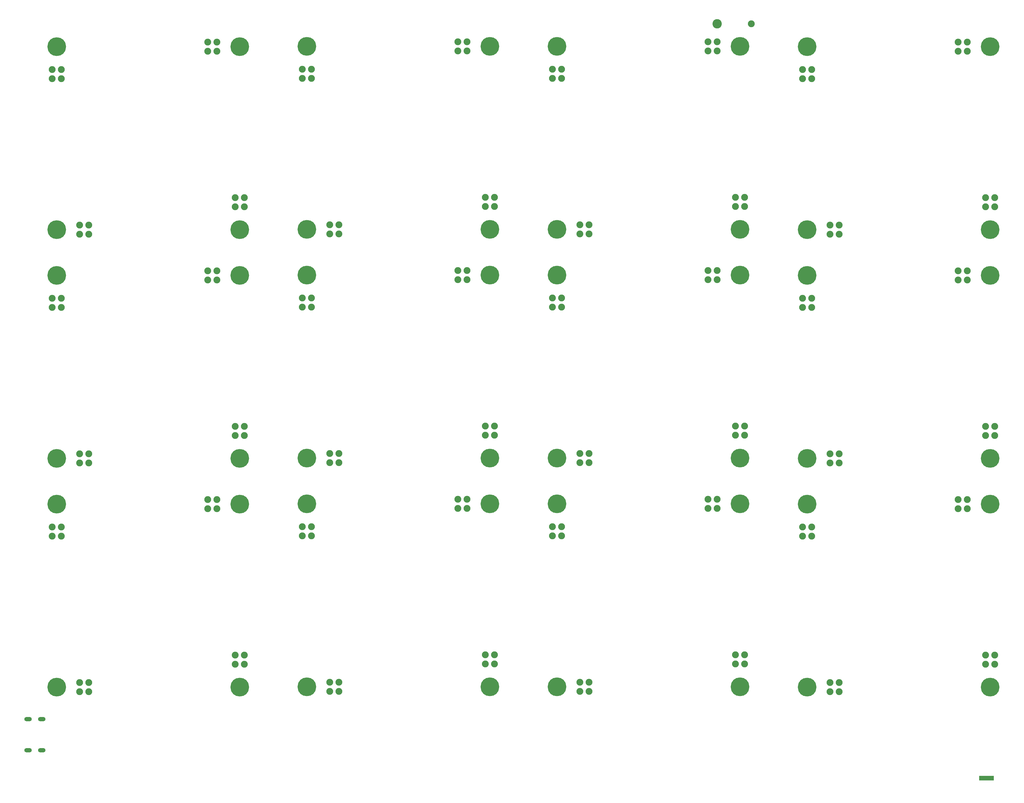
<source format=gbs>
G04 Layer: BottomSolderMaskLayer*
G04 EasyEDA v6.5.34, 2023-09-12 02:39:20*
G04 e94bc10b37974a2b8ebe6637de124c00,5a6b42c53f6a479593ecc07194224c93,10*
G04 Gerber Generator version 0.2*
G04 Scale: 100 percent, Rotated: No, Reflected: No *
G04 Dimensions in millimeters *
G04 leading zeros omitted , absolute positions ,4 integer and 5 decimal *
%FSLAX45Y45*%
%MOMM*%

%ADD10C,1.9016*%
%ADD11O,2.1015960000000002X1.2015978000000003*%
%ADD12C,5.2032*%
%ADD13C,2.6016*%

%LPD*%
D10*
G01*
X1905000Y15621000D03*
G01*
X1905000Y15367000D03*
G01*
X1651000Y15621000D03*
G01*
X1651000Y15367000D03*
G01*
X5969000Y16383000D03*
G01*
X6223000Y16383000D03*
G01*
X5969000Y16129000D03*
G01*
X6223000Y16129000D03*
G01*
X5207000Y14097000D03*
G01*
X5207000Y14351000D03*
G01*
X5461000Y14097000D03*
G01*
X5461000Y14351000D03*
G01*
X5207000Y7747000D03*
G01*
X5207000Y8001000D03*
G01*
X5461000Y7747000D03*
G01*
X5461000Y8001000D03*
G01*
X12148997Y20452105D03*
G01*
X12148997Y20706105D03*
G01*
X12402997Y20452105D03*
G01*
X12402997Y20706105D03*
G01*
X12148997Y14102105D03*
G01*
X12148997Y14356105D03*
G01*
X12402997Y14102105D03*
G01*
X12402997Y14356105D03*
G01*
X12148997Y7752105D03*
G01*
X12148997Y8006105D03*
G01*
X12402997Y7752105D03*
G01*
X12402997Y8006105D03*
G01*
X19093103Y20452105D03*
G01*
X19093103Y20706105D03*
G01*
X19347103Y20452105D03*
G01*
X19347103Y20706105D03*
G01*
X19093103Y14102105D03*
G01*
X19093103Y14356105D03*
G01*
X19347103Y14102105D03*
G01*
X19347103Y14356105D03*
G01*
X19093103Y7752105D03*
G01*
X19093103Y8006105D03*
G01*
X19347103Y7752105D03*
G01*
X19347103Y8006105D03*
G01*
X26035000Y20447000D03*
G01*
X26035000Y20701000D03*
G01*
X26289000Y20447000D03*
G01*
X26289000Y20701000D03*
G01*
X26035000Y14097000D03*
G01*
X26035000Y14351000D03*
G01*
X26289000Y14097000D03*
G01*
X26289000Y14351000D03*
G01*
X26035000Y7747000D03*
G01*
X26035000Y8001000D03*
G01*
X26289000Y7747000D03*
G01*
X26289000Y8001000D03*
G01*
X1143000Y13335000D03*
G01*
X889000Y13335000D03*
G01*
X1143000Y13589000D03*
G01*
X889000Y13589000D03*
G01*
X1143000Y6985000D03*
G01*
X889000Y6985000D03*
G01*
X1143000Y7239000D03*
G01*
X889000Y7239000D03*
G01*
X8084997Y19690105D03*
G01*
X7830997Y19690105D03*
G01*
X8084997Y19944105D03*
G01*
X7830997Y19944105D03*
G01*
X8084997Y13340105D03*
G01*
X7830997Y13340105D03*
G01*
X8084997Y13594105D03*
G01*
X7830997Y13594105D03*
G01*
X8084997Y6990105D03*
G01*
X7830997Y6990105D03*
G01*
X8084997Y7244105D03*
G01*
X7830997Y7244105D03*
G01*
X15029103Y19690105D03*
G01*
X14775103Y19690105D03*
G01*
X15029103Y19944105D03*
G01*
X14775103Y19944105D03*
G01*
X15029103Y13340105D03*
G01*
X14775103Y13340105D03*
G01*
X15029103Y13594105D03*
G01*
X14775103Y13594105D03*
G01*
X15029103Y6990105D03*
G01*
X14775103Y6990105D03*
G01*
X15029103Y7244105D03*
G01*
X14775103Y7244105D03*
G01*
X21971000Y19685000D03*
G01*
X21717000Y19685000D03*
G01*
X21971000Y19939000D03*
G01*
X21717000Y19939000D03*
G01*
X21971000Y13335000D03*
G01*
X21717000Y13335000D03*
G01*
X21971000Y13589000D03*
G01*
X21717000Y13589000D03*
G01*
X21971000Y6985000D03*
G01*
X21717000Y6985000D03*
G01*
X21971000Y7239000D03*
G01*
X21717000Y7239000D03*
G01*
X1905000Y9271000D03*
G01*
X1905000Y9017000D03*
G01*
X1651000Y9271000D03*
G01*
X1651000Y9017000D03*
G01*
X1905000Y2921000D03*
G01*
X1905000Y2667000D03*
G01*
X1651000Y2921000D03*
G01*
X1651000Y2667000D03*
G01*
X8846997Y15626105D03*
G01*
X8846997Y15372105D03*
G01*
X8592997Y15626105D03*
G01*
X8592997Y15372105D03*
G01*
X8846997Y9276105D03*
G01*
X8846997Y9022105D03*
G01*
X8592997Y9276105D03*
G01*
X8592997Y9022105D03*
G01*
X8846997Y2926105D03*
G01*
X8846997Y2672105D03*
G01*
X8592997Y2926105D03*
G01*
X8592997Y2672105D03*
G01*
X15791103Y15626105D03*
G01*
X15791103Y15372105D03*
G01*
X15537103Y15626105D03*
G01*
X15537103Y15372105D03*
G01*
X15791103Y9276105D03*
G01*
X15791103Y9022105D03*
G01*
X15537103Y9276105D03*
G01*
X15537103Y9022105D03*
G01*
X15791103Y2926105D03*
G01*
X15791103Y2672105D03*
G01*
X15537103Y2926105D03*
G01*
X15537103Y2672105D03*
G01*
X22733000Y15621000D03*
G01*
X22733000Y15367000D03*
G01*
X22479000Y15621000D03*
G01*
X22479000Y15367000D03*
G01*
X22733000Y9271000D03*
G01*
X22733000Y9017000D03*
G01*
X22479000Y9271000D03*
G01*
X22479000Y9017000D03*
G01*
X22733000Y2921000D03*
G01*
X22733000Y2667000D03*
G01*
X22479000Y2921000D03*
G01*
X22479000Y2667000D03*
G01*
X5969000Y10033000D03*
G01*
X6223000Y10033000D03*
G01*
X5969000Y9779000D03*
G01*
X6223000Y9779000D03*
G01*
X5969000Y3683000D03*
G01*
X6223000Y3683000D03*
G01*
X5969000Y3429000D03*
G01*
X6223000Y3429000D03*
G01*
X12910997Y3688105D03*
G01*
X13164997Y3688105D03*
G01*
X12910997Y3434105D03*
G01*
X13164997Y3434105D03*
G01*
X12910997Y10038105D03*
G01*
X13164997Y10038105D03*
G01*
X12910997Y9784105D03*
G01*
X13164997Y9784105D03*
G01*
X12910997Y16388105D03*
G01*
X13164997Y16388105D03*
G01*
X12910997Y16134105D03*
G01*
X13164997Y16134105D03*
G01*
X19855103Y16388105D03*
G01*
X20109103Y16388105D03*
G01*
X19855103Y16134105D03*
G01*
X20109103Y16134105D03*
G01*
X19855103Y10038105D03*
G01*
X20109103Y10038105D03*
G01*
X19855103Y9784105D03*
G01*
X20109103Y9784105D03*
G01*
X19855103Y3688105D03*
G01*
X20109103Y3688105D03*
G01*
X19855103Y3434105D03*
G01*
X20109103Y3434105D03*
G01*
X26797000Y3683000D03*
G01*
X27051000Y3683000D03*
G01*
X26797000Y3429000D03*
G01*
X27051000Y3429000D03*
G01*
X26797000Y10033000D03*
G01*
X27051000Y10033000D03*
G01*
X26797000Y9779000D03*
G01*
X27051000Y9779000D03*
G01*
X26797000Y16383000D03*
G01*
X27051000Y16383000D03*
G01*
X26797000Y16129000D03*
G01*
X27051000Y16129000D03*
G01*
X5207000Y20447000D03*
G01*
X5207000Y20701000D03*
G01*
X5461000Y20447000D03*
G01*
X5461000Y20701000D03*
G01*
X1143000Y19685000D03*
G01*
X889000Y19685000D03*
G01*
X1143000Y19939000D03*
G01*
X889000Y19939000D03*
D11*
G01*
X601167Y1041196D03*
G01*
X601167Y1905203D03*
G01*
X221157Y1905203D03*
G01*
X221157Y1041196D03*
D12*
G01*
X1016000Y15494000D03*
G01*
X6096000Y15494000D03*
G01*
X6096000Y20574000D03*
G01*
X1016000Y7874000D03*
G01*
X6096000Y7874000D03*
G01*
X6096000Y2794000D03*
G01*
X1016000Y2794000D03*
G01*
X6096000Y14224000D03*
G01*
X6096000Y9144000D03*
G01*
X1016000Y9144000D03*
G01*
X21844000Y15494000D03*
G01*
X26924000Y15494000D03*
G01*
X21844000Y20574000D03*
G01*
X21844000Y9144000D03*
G01*
X26924000Y9144000D03*
G01*
X21844000Y14224000D03*
G01*
X21844000Y2794000D03*
G01*
X26924000Y2794000D03*
G01*
X26924000Y7874000D03*
G01*
X21844000Y7874000D03*
G01*
X7957997Y9149105D03*
G01*
X13037997Y9149105D03*
G01*
X14902103Y9149105D03*
G01*
X19982103Y9149105D03*
G01*
X13037997Y15499105D03*
G01*
X14902103Y15499105D03*
G01*
X7957997Y2799105D03*
G01*
X13037997Y2799105D03*
G01*
X13037997Y7879105D03*
G01*
X14902103Y2799105D03*
G01*
X19982103Y2799105D03*
G01*
X14902103Y7879105D03*
G01*
X19982103Y7879105D03*
G01*
X7957997Y7879105D03*
G01*
X7957997Y15499105D03*
G01*
X19982103Y15499105D03*
G01*
X1016000Y20574000D03*
G01*
X1016000Y14224000D03*
G01*
X7957997Y14229105D03*
G01*
X13037997Y14229105D03*
G01*
X14902103Y14229105D03*
G01*
X19982103Y14229105D03*
G01*
X19982103Y20579105D03*
G01*
X14902103Y20579105D03*
G01*
X13037997Y20579105D03*
G01*
X7957997Y20579105D03*
G01*
X26924000Y20574000D03*
G01*
X26924000Y14224000D03*
D13*
G01*
X19347052Y21209000D03*
D10*
G01*
X20294600Y21209000D03*
G36*
X26619225Y330200D02*
G01*
X27025625Y330200D01*
X27025625Y203200D01*
X26619225Y203200D01*
G37*
M02*

</source>
